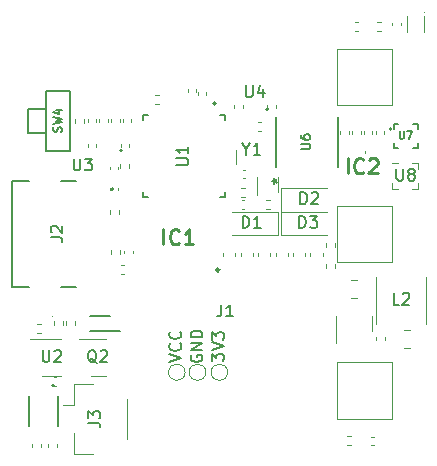
<source format=gbr>
%TF.GenerationSoftware,KiCad,Pcbnew,(6.99.0-1793-ga56955443f)*%
%TF.CreationDate,2022-09-01T09:47:35+01:00*%
%TF.ProjectId,Watchy-MrT-ESP32-S3-V1,57617463-6879-42d4-9d72-542d45535033,rev?*%
%TF.SameCoordinates,Original*%
%TF.FileFunction,Legend,Top*%
%TF.FilePolarity,Positive*%
%FSLAX46Y46*%
G04 Gerber Fmt 4.6, Leading zero omitted, Abs format (unit mm)*
G04 Created by KiCad (PCBNEW (6.99.0-1793-ga56955443f)) date 2022-09-01 09:47:35*
%MOMM*%
%LPD*%
G01*
G04 APERTURE LIST*
%ADD10C,0.150000*%
%ADD11C,0.254000*%
%ADD12C,0.200000*%
%ADD13C,0.120000*%
%ADD14C,0.100000*%
%ADD15C,0.152400*%
%ADD16C,0.127000*%
%ADD17C,0.250000*%
G04 APERTURE END LIST*
D10*
%TO.C,U4*%
X128038095Y-61717380D02*
X128038095Y-62526904D01*
X128038095Y-62526904D02*
X128085714Y-62622142D01*
X128085714Y-62622142D02*
X128133333Y-62669761D01*
X128133333Y-62669761D02*
X128228571Y-62717380D01*
X128228571Y-62717380D02*
X128419047Y-62717380D01*
X128419047Y-62717380D02*
X128514285Y-62669761D01*
X128514285Y-62669761D02*
X128561904Y-62622142D01*
X128561904Y-62622142D02*
X128609523Y-62526904D01*
X128609523Y-62526904D02*
X128609523Y-61717380D01*
X129514285Y-62050714D02*
X129514285Y-62717380D01*
X129276190Y-61669761D02*
X129038095Y-62384047D01*
X129038095Y-62384047D02*
X129657142Y-62384047D01*
%TO.C,U3*%
X113463095Y-67902380D02*
X113463095Y-68711904D01*
X113463095Y-68711904D02*
X113510714Y-68807142D01*
X113510714Y-68807142D02*
X113558333Y-68854761D01*
X113558333Y-68854761D02*
X113653571Y-68902380D01*
X113653571Y-68902380D02*
X113844047Y-68902380D01*
X113844047Y-68902380D02*
X113939285Y-68854761D01*
X113939285Y-68854761D02*
X113986904Y-68807142D01*
X113986904Y-68807142D02*
X114034523Y-68711904D01*
X114034523Y-68711904D02*
X114034523Y-67902380D01*
X114415476Y-67902380D02*
X115034523Y-67902380D01*
X115034523Y-67902380D02*
X114701190Y-68283333D01*
X114701190Y-68283333D02*
X114844047Y-68283333D01*
X114844047Y-68283333D02*
X114939285Y-68330952D01*
X114939285Y-68330952D02*
X114986904Y-68378571D01*
X114986904Y-68378571D02*
X115034523Y-68473809D01*
X115034523Y-68473809D02*
X115034523Y-68711904D01*
X115034523Y-68711904D02*
X114986904Y-68807142D01*
X114986904Y-68807142D02*
X114939285Y-68854761D01*
X114939285Y-68854761D02*
X114844047Y-68902380D01*
X114844047Y-68902380D02*
X114558333Y-68902380D01*
X114558333Y-68902380D02*
X114463095Y-68854761D01*
X114463095Y-68854761D02*
X114415476Y-68807142D01*
%TO.C,Q2*%
X115404761Y-85212619D02*
X115309523Y-85165000D01*
X115309523Y-85165000D02*
X115214285Y-85069761D01*
X115214285Y-85069761D02*
X115071428Y-84926904D01*
X115071428Y-84926904D02*
X114976190Y-84879285D01*
X114976190Y-84879285D02*
X114880952Y-84879285D01*
X114928571Y-85117380D02*
X114833333Y-85069761D01*
X114833333Y-85069761D02*
X114738095Y-84974523D01*
X114738095Y-84974523D02*
X114690476Y-84784047D01*
X114690476Y-84784047D02*
X114690476Y-84450714D01*
X114690476Y-84450714D02*
X114738095Y-84260238D01*
X114738095Y-84260238D02*
X114833333Y-84165000D01*
X114833333Y-84165000D02*
X114928571Y-84117380D01*
X114928571Y-84117380D02*
X115119047Y-84117380D01*
X115119047Y-84117380D02*
X115214285Y-84165000D01*
X115214285Y-84165000D02*
X115309523Y-84260238D01*
X115309523Y-84260238D02*
X115357142Y-84450714D01*
X115357142Y-84450714D02*
X115357142Y-84784047D01*
X115357142Y-84784047D02*
X115309523Y-84974523D01*
X115309523Y-84974523D02*
X115214285Y-85069761D01*
X115214285Y-85069761D02*
X115119047Y-85117380D01*
X115119047Y-85117380D02*
X114928571Y-85117380D01*
X115738095Y-84212619D02*
X115785714Y-84165000D01*
X115785714Y-84165000D02*
X115880952Y-84117380D01*
X115880952Y-84117380D02*
X116119047Y-84117380D01*
X116119047Y-84117380D02*
X116214285Y-84165000D01*
X116214285Y-84165000D02*
X116261904Y-84212619D01*
X116261904Y-84212619D02*
X116309523Y-84307857D01*
X116309523Y-84307857D02*
X116309523Y-84403095D01*
X116309523Y-84403095D02*
X116261904Y-84545952D01*
X116261904Y-84545952D02*
X115690476Y-85117380D01*
X115690476Y-85117380D02*
X116309523Y-85117380D01*
D11*
%TO.C,IC2*%
X136660237Y-69166573D02*
X136660237Y-67896573D01*
X137990714Y-69045621D02*
X137930238Y-69106097D01*
X137930238Y-69106097D02*
X137748809Y-69166573D01*
X137748809Y-69166573D02*
X137627857Y-69166573D01*
X137627857Y-69166573D02*
X137446428Y-69106097D01*
X137446428Y-69106097D02*
X137325476Y-68985145D01*
X137325476Y-68985145D02*
X137264999Y-68864192D01*
X137264999Y-68864192D02*
X137204523Y-68622288D01*
X137204523Y-68622288D02*
X137204523Y-68440859D01*
X137204523Y-68440859D02*
X137264999Y-68198954D01*
X137264999Y-68198954D02*
X137325476Y-68078002D01*
X137325476Y-68078002D02*
X137446428Y-67957050D01*
X137446428Y-67957050D02*
X137627857Y-67896573D01*
X137627857Y-67896573D02*
X137748809Y-67896573D01*
X137748809Y-67896573D02*
X137930238Y-67957050D01*
X137930238Y-67957050D02*
X137990714Y-68017526D01*
X138474523Y-68017526D02*
X138534999Y-67957050D01*
X138534999Y-67957050D02*
X138655952Y-67896573D01*
X138655952Y-67896573D02*
X138958333Y-67896573D01*
X138958333Y-67896573D02*
X139079285Y-67957050D01*
X139079285Y-67957050D02*
X139139761Y-68017526D01*
X139139761Y-68017526D02*
X139200238Y-68138478D01*
X139200238Y-68138478D02*
X139200238Y-68259430D01*
X139200238Y-68259430D02*
X139139761Y-68440859D01*
X139139761Y-68440859D02*
X138414047Y-69166573D01*
X138414047Y-69166573D02*
X139200238Y-69166573D01*
D10*
%TO.C,U6*%
X132701874Y-67099925D02*
X133339295Y-67099925D01*
X133339295Y-67099925D02*
X133414286Y-67062430D01*
X133414286Y-67062430D02*
X133451781Y-67024934D01*
X133451781Y-67024934D02*
X133489276Y-66949944D01*
X133489276Y-66949944D02*
X133489276Y-66799962D01*
X133489276Y-66799962D02*
X133451781Y-66724972D01*
X133451781Y-66724972D02*
X133414286Y-66687476D01*
X133414286Y-66687476D02*
X133339295Y-66649981D01*
X133339295Y-66649981D02*
X132701874Y-66649981D01*
X132701874Y-65937570D02*
X132701874Y-66087551D01*
X132701874Y-66087551D02*
X132739370Y-66162542D01*
X132739370Y-66162542D02*
X132776865Y-66200037D01*
X132776865Y-66200037D02*
X132889351Y-66275028D01*
X132889351Y-66275028D02*
X133039332Y-66312523D01*
X133039332Y-66312523D02*
X133339295Y-66312523D01*
X133339295Y-66312523D02*
X133414286Y-66275028D01*
X133414286Y-66275028D02*
X133451781Y-66237533D01*
X133451781Y-66237533D02*
X133489276Y-66162542D01*
X133489276Y-66162542D02*
X133489276Y-66012561D01*
X133489276Y-66012561D02*
X133451781Y-65937570D01*
X133451781Y-65937570D02*
X133414286Y-65900075D01*
X133414286Y-65900075D02*
X133339295Y-65862579D01*
X133339295Y-65862579D02*
X133151818Y-65862579D01*
X133151818Y-65862579D02*
X133076828Y-65900075D01*
X133076828Y-65900075D02*
X133039332Y-65937570D01*
X133039332Y-65937570D02*
X133001837Y-66012561D01*
X133001837Y-66012561D02*
X133001837Y-66162542D01*
X133001837Y-66162542D02*
X133039332Y-66237533D01*
X133039332Y-66237533D02*
X133076828Y-66275028D01*
X133076828Y-66275028D02*
X133151818Y-66312523D01*
X130255980Y-69801999D02*
X130494076Y-69801999D01*
X130398838Y-70040094D02*
X130494076Y-69801999D01*
X130494076Y-69801999D02*
X130398838Y-69563904D01*
X130684552Y-69944856D02*
X130494076Y-69801999D01*
X130494076Y-69801999D02*
X130684552Y-69659142D01*
%TO.C,U7*%
X141062380Y-65595123D02*
X141062380Y-66113219D01*
X141062380Y-66113219D02*
X141092857Y-66174171D01*
X141092857Y-66174171D02*
X141123333Y-66204647D01*
X141123333Y-66204647D02*
X141184285Y-66235123D01*
X141184285Y-66235123D02*
X141306190Y-66235123D01*
X141306190Y-66235123D02*
X141367142Y-66204647D01*
X141367142Y-66204647D02*
X141397619Y-66174171D01*
X141397619Y-66174171D02*
X141428095Y-66113219D01*
X141428095Y-66113219D02*
X141428095Y-65595123D01*
X141671904Y-65595123D02*
X142098571Y-65595123D01*
X142098571Y-65595123D02*
X141824285Y-66235123D01*
%TO.C,U8*%
X140788095Y-68767380D02*
X140788095Y-69576904D01*
X140788095Y-69576904D02*
X140835714Y-69672142D01*
X140835714Y-69672142D02*
X140883333Y-69719761D01*
X140883333Y-69719761D02*
X140978571Y-69767380D01*
X140978571Y-69767380D02*
X141169047Y-69767380D01*
X141169047Y-69767380D02*
X141264285Y-69719761D01*
X141264285Y-69719761D02*
X141311904Y-69672142D01*
X141311904Y-69672142D02*
X141359523Y-69576904D01*
X141359523Y-69576904D02*
X141359523Y-68767380D01*
X141978571Y-69195952D02*
X141883333Y-69148333D01*
X141883333Y-69148333D02*
X141835714Y-69100714D01*
X141835714Y-69100714D02*
X141788095Y-69005476D01*
X141788095Y-69005476D02*
X141788095Y-68957857D01*
X141788095Y-68957857D02*
X141835714Y-68862619D01*
X141835714Y-68862619D02*
X141883333Y-68815000D01*
X141883333Y-68815000D02*
X141978571Y-68767380D01*
X141978571Y-68767380D02*
X142169047Y-68767380D01*
X142169047Y-68767380D02*
X142264285Y-68815000D01*
X142264285Y-68815000D02*
X142311904Y-68862619D01*
X142311904Y-68862619D02*
X142359523Y-68957857D01*
X142359523Y-68957857D02*
X142359523Y-69005476D01*
X142359523Y-69005476D02*
X142311904Y-69100714D01*
X142311904Y-69100714D02*
X142264285Y-69148333D01*
X142264285Y-69148333D02*
X142169047Y-69195952D01*
X142169047Y-69195952D02*
X141978571Y-69195952D01*
X141978571Y-69195952D02*
X141883333Y-69243571D01*
X141883333Y-69243571D02*
X141835714Y-69291190D01*
X141835714Y-69291190D02*
X141788095Y-69386428D01*
X141788095Y-69386428D02*
X141788095Y-69576904D01*
X141788095Y-69576904D02*
X141835714Y-69672142D01*
X141835714Y-69672142D02*
X141883333Y-69719761D01*
X141883333Y-69719761D02*
X141978571Y-69767380D01*
X141978571Y-69767380D02*
X142169047Y-69767380D01*
X142169047Y-69767380D02*
X142264285Y-69719761D01*
X142264285Y-69719761D02*
X142311904Y-69672142D01*
X142311904Y-69672142D02*
X142359523Y-69576904D01*
X142359523Y-69576904D02*
X142359523Y-69386428D01*
X142359523Y-69386428D02*
X142311904Y-69291190D01*
X142311904Y-69291190D02*
X142264285Y-69243571D01*
X142264285Y-69243571D02*
X142169047Y-69195952D01*
%TO.C,J1*%
X125966666Y-80267380D02*
X125966666Y-80981666D01*
X125966666Y-80981666D02*
X125919047Y-81124523D01*
X125919047Y-81124523D02*
X125823809Y-81219761D01*
X125823809Y-81219761D02*
X125680952Y-81267380D01*
X125680952Y-81267380D02*
X125585714Y-81267380D01*
X126966666Y-81267380D02*
X126395238Y-81267380D01*
X126680952Y-81267380D02*
X126680952Y-80267380D01*
X126680952Y-80267380D02*
X126585714Y-80410238D01*
X126585714Y-80410238D02*
X126490476Y-80505476D01*
X126490476Y-80505476D02*
X126395238Y-80553095D01*
%TO.C,U2*%
X110838095Y-84117380D02*
X110838095Y-84926904D01*
X110838095Y-84926904D02*
X110885714Y-85022142D01*
X110885714Y-85022142D02*
X110933333Y-85069761D01*
X110933333Y-85069761D02*
X111028571Y-85117380D01*
X111028571Y-85117380D02*
X111219047Y-85117380D01*
X111219047Y-85117380D02*
X111314285Y-85069761D01*
X111314285Y-85069761D02*
X111361904Y-85022142D01*
X111361904Y-85022142D02*
X111409523Y-84926904D01*
X111409523Y-84926904D02*
X111409523Y-84117380D01*
X111838095Y-84212619D02*
X111885714Y-84165000D01*
X111885714Y-84165000D02*
X111980952Y-84117380D01*
X111980952Y-84117380D02*
X112219047Y-84117380D01*
X112219047Y-84117380D02*
X112314285Y-84165000D01*
X112314285Y-84165000D02*
X112361904Y-84212619D01*
X112361904Y-84212619D02*
X112409523Y-84307857D01*
X112409523Y-84307857D02*
X112409523Y-84403095D01*
X112409523Y-84403095D02*
X112361904Y-84545952D01*
X112361904Y-84545952D02*
X111790476Y-85117380D01*
X111790476Y-85117380D02*
X112409523Y-85117380D01*
D11*
%TO.C,IC1*%
X121060237Y-75166573D02*
X121060237Y-73896573D01*
X122390714Y-75045621D02*
X122330238Y-75106097D01*
X122330238Y-75106097D02*
X122148809Y-75166573D01*
X122148809Y-75166573D02*
X122027857Y-75166573D01*
X122027857Y-75166573D02*
X121846428Y-75106097D01*
X121846428Y-75106097D02*
X121725476Y-74985145D01*
X121725476Y-74985145D02*
X121664999Y-74864192D01*
X121664999Y-74864192D02*
X121604523Y-74622288D01*
X121604523Y-74622288D02*
X121604523Y-74440859D01*
X121604523Y-74440859D02*
X121664999Y-74198954D01*
X121664999Y-74198954D02*
X121725476Y-74078002D01*
X121725476Y-74078002D02*
X121846428Y-73957050D01*
X121846428Y-73957050D02*
X122027857Y-73896573D01*
X122027857Y-73896573D02*
X122148809Y-73896573D01*
X122148809Y-73896573D02*
X122330238Y-73957050D01*
X122330238Y-73957050D02*
X122390714Y-74017526D01*
X123600238Y-75166573D02*
X122874523Y-75166573D01*
X123237380Y-75166573D02*
X123237380Y-73896573D01*
X123237380Y-73896573D02*
X123116428Y-74078002D01*
X123116428Y-74078002D02*
X122995476Y-74198954D01*
X122995476Y-74198954D02*
X122874523Y-74259430D01*
D10*
%TO.C,J3*%
X114717380Y-90283333D02*
X115431666Y-90283333D01*
X115431666Y-90283333D02*
X115574523Y-90330952D01*
X115574523Y-90330952D02*
X115669761Y-90426190D01*
X115669761Y-90426190D02*
X115717380Y-90569047D01*
X115717380Y-90569047D02*
X115717380Y-90664285D01*
X114717380Y-89902380D02*
X114717380Y-89283333D01*
X114717380Y-89283333D02*
X115098333Y-89616666D01*
X115098333Y-89616666D02*
X115098333Y-89473809D01*
X115098333Y-89473809D02*
X115145952Y-89378571D01*
X115145952Y-89378571D02*
X115193571Y-89330952D01*
X115193571Y-89330952D02*
X115288809Y-89283333D01*
X115288809Y-89283333D02*
X115526904Y-89283333D01*
X115526904Y-89283333D02*
X115622142Y-89330952D01*
X115622142Y-89330952D02*
X115669761Y-89378571D01*
X115669761Y-89378571D02*
X115717380Y-89473809D01*
X115717380Y-89473809D02*
X115717380Y-89759523D01*
X115717380Y-89759523D02*
X115669761Y-89854761D01*
X115669761Y-89854761D02*
X115622142Y-89902380D01*
%TO.C,J2*%
X111517380Y-74583333D02*
X112231666Y-74583333D01*
X112231666Y-74583333D02*
X112374523Y-74630952D01*
X112374523Y-74630952D02*
X112469761Y-74726190D01*
X112469761Y-74726190D02*
X112517380Y-74869047D01*
X112517380Y-74869047D02*
X112517380Y-74964285D01*
X111612619Y-74154761D02*
X111565000Y-74107142D01*
X111565000Y-74107142D02*
X111517380Y-74011904D01*
X111517380Y-74011904D02*
X111517380Y-73773809D01*
X111517380Y-73773809D02*
X111565000Y-73678571D01*
X111565000Y-73678571D02*
X111612619Y-73630952D01*
X111612619Y-73630952D02*
X111707857Y-73583333D01*
X111707857Y-73583333D02*
X111803095Y-73583333D01*
X111803095Y-73583333D02*
X111945952Y-73630952D01*
X111945952Y-73630952D02*
X112517380Y-74202380D01*
X112517380Y-74202380D02*
X112517380Y-73583333D01*
%TO.C,U1*%
X122167380Y-68461904D02*
X122976904Y-68461904D01*
X122976904Y-68461904D02*
X123072142Y-68414285D01*
X123072142Y-68414285D02*
X123119761Y-68366666D01*
X123119761Y-68366666D02*
X123167380Y-68271428D01*
X123167380Y-68271428D02*
X123167380Y-68080952D01*
X123167380Y-68080952D02*
X123119761Y-67985714D01*
X123119761Y-67985714D02*
X123072142Y-67938095D01*
X123072142Y-67938095D02*
X122976904Y-67890476D01*
X122976904Y-67890476D02*
X122167380Y-67890476D01*
X123167380Y-66890476D02*
X123167380Y-67461904D01*
X123167380Y-67176190D02*
X122167380Y-67176190D01*
X122167380Y-67176190D02*
X122310238Y-67271428D01*
X122310238Y-67271428D02*
X122405476Y-67366666D01*
X122405476Y-67366666D02*
X122453095Y-67461904D01*
%TO.C,D2*%
X132661905Y-71767380D02*
X132661905Y-70767380D01*
X132661905Y-70767380D02*
X132900000Y-70767380D01*
X132900000Y-70767380D02*
X133042857Y-70815000D01*
X133042857Y-70815000D02*
X133138095Y-70910238D01*
X133138095Y-70910238D02*
X133185714Y-71005476D01*
X133185714Y-71005476D02*
X133233333Y-71195952D01*
X133233333Y-71195952D02*
X133233333Y-71338809D01*
X133233333Y-71338809D02*
X133185714Y-71529285D01*
X133185714Y-71529285D02*
X133138095Y-71624523D01*
X133138095Y-71624523D02*
X133042857Y-71719761D01*
X133042857Y-71719761D02*
X132900000Y-71767380D01*
X132900000Y-71767380D02*
X132661905Y-71767380D01*
X133614286Y-70862619D02*
X133661905Y-70815000D01*
X133661905Y-70815000D02*
X133757143Y-70767380D01*
X133757143Y-70767380D02*
X133995238Y-70767380D01*
X133995238Y-70767380D02*
X134090476Y-70815000D01*
X134090476Y-70815000D02*
X134138095Y-70862619D01*
X134138095Y-70862619D02*
X134185714Y-70957857D01*
X134185714Y-70957857D02*
X134185714Y-71053095D01*
X134185714Y-71053095D02*
X134138095Y-71195952D01*
X134138095Y-71195952D02*
X133566667Y-71767380D01*
X133566667Y-71767380D02*
X134185714Y-71767380D01*
%TO.C,GND*%
X123415000Y-84561904D02*
X123367380Y-84657142D01*
X123367380Y-84657142D02*
X123367380Y-84799999D01*
X123367380Y-84799999D02*
X123415000Y-84942856D01*
X123415000Y-84942856D02*
X123510238Y-85038094D01*
X123510238Y-85038094D02*
X123605476Y-85085713D01*
X123605476Y-85085713D02*
X123795952Y-85133332D01*
X123795952Y-85133332D02*
X123938809Y-85133332D01*
X123938809Y-85133332D02*
X124129285Y-85085713D01*
X124129285Y-85085713D02*
X124224523Y-85038094D01*
X124224523Y-85038094D02*
X124319761Y-84942856D01*
X124319761Y-84942856D02*
X124367380Y-84799999D01*
X124367380Y-84799999D02*
X124367380Y-84704761D01*
X124367380Y-84704761D02*
X124319761Y-84561904D01*
X124319761Y-84561904D02*
X124272142Y-84514285D01*
X124272142Y-84514285D02*
X123938809Y-84514285D01*
X123938809Y-84514285D02*
X123938809Y-84704761D01*
X124367380Y-84085713D02*
X123367380Y-84085713D01*
X123367380Y-84085713D02*
X124367380Y-83514285D01*
X124367380Y-83514285D02*
X123367380Y-83514285D01*
X124367380Y-83038094D02*
X123367380Y-83038094D01*
X123367380Y-83038094D02*
X123367380Y-82799999D01*
X123367380Y-82799999D02*
X123415000Y-82657142D01*
X123415000Y-82657142D02*
X123510238Y-82561904D01*
X123510238Y-82561904D02*
X123605476Y-82514285D01*
X123605476Y-82514285D02*
X123795952Y-82466666D01*
X123795952Y-82466666D02*
X123938809Y-82466666D01*
X123938809Y-82466666D02*
X124129285Y-82514285D01*
X124129285Y-82514285D02*
X124224523Y-82561904D01*
X124224523Y-82561904D02*
X124319761Y-82657142D01*
X124319761Y-82657142D02*
X124367380Y-82799999D01*
X124367380Y-82799999D02*
X124367380Y-83038094D01*
%TO.C,Y1*%
X128073809Y-67091190D02*
X128073809Y-67567380D01*
X127740476Y-66567380D02*
X128073809Y-67091190D01*
X128073809Y-67091190D02*
X128407142Y-66567380D01*
X129264285Y-67567380D02*
X128692857Y-67567380D01*
X128978571Y-67567380D02*
X128978571Y-66567380D01*
X128978571Y-66567380D02*
X128883333Y-66710238D01*
X128883333Y-66710238D02*
X128788095Y-66805476D01*
X128788095Y-66805476D02*
X128692857Y-66853095D01*
%TO.C,D1*%
X127761905Y-73767380D02*
X127761905Y-72767380D01*
X127761905Y-72767380D02*
X128000000Y-72767380D01*
X128000000Y-72767380D02*
X128142857Y-72815000D01*
X128142857Y-72815000D02*
X128238095Y-72910238D01*
X128238095Y-72910238D02*
X128285714Y-73005476D01*
X128285714Y-73005476D02*
X128333333Y-73195952D01*
X128333333Y-73195952D02*
X128333333Y-73338809D01*
X128333333Y-73338809D02*
X128285714Y-73529285D01*
X128285714Y-73529285D02*
X128238095Y-73624523D01*
X128238095Y-73624523D02*
X128142857Y-73719761D01*
X128142857Y-73719761D02*
X128000000Y-73767380D01*
X128000000Y-73767380D02*
X127761905Y-73767380D01*
X129285714Y-73767380D02*
X128714286Y-73767380D01*
X129000000Y-73767380D02*
X129000000Y-72767380D01*
X129000000Y-72767380D02*
X128904762Y-72910238D01*
X128904762Y-72910238D02*
X128809524Y-73005476D01*
X128809524Y-73005476D02*
X128714286Y-73053095D01*
%TO.C,VCC*%
X121567380Y-85133332D02*
X122567380Y-84799999D01*
X122567380Y-84799999D02*
X121567380Y-84466666D01*
X122472142Y-83561904D02*
X122519761Y-83609523D01*
X122519761Y-83609523D02*
X122567380Y-83752380D01*
X122567380Y-83752380D02*
X122567380Y-83847618D01*
X122567380Y-83847618D02*
X122519761Y-83990475D01*
X122519761Y-83990475D02*
X122424523Y-84085713D01*
X122424523Y-84085713D02*
X122329285Y-84133332D01*
X122329285Y-84133332D02*
X122138809Y-84180951D01*
X122138809Y-84180951D02*
X121995952Y-84180951D01*
X121995952Y-84180951D02*
X121805476Y-84133332D01*
X121805476Y-84133332D02*
X121710238Y-84085713D01*
X121710238Y-84085713D02*
X121615000Y-83990475D01*
X121615000Y-83990475D02*
X121567380Y-83847618D01*
X121567380Y-83847618D02*
X121567380Y-83752380D01*
X121567380Y-83752380D02*
X121615000Y-83609523D01*
X121615000Y-83609523D02*
X121662619Y-83561904D01*
X122472142Y-82561904D02*
X122519761Y-82609523D01*
X122519761Y-82609523D02*
X122567380Y-82752380D01*
X122567380Y-82752380D02*
X122567380Y-82847618D01*
X122567380Y-82847618D02*
X122519761Y-82990475D01*
X122519761Y-82990475D02*
X122424523Y-83085713D01*
X122424523Y-83085713D02*
X122329285Y-83133332D01*
X122329285Y-83133332D02*
X122138809Y-83180951D01*
X122138809Y-83180951D02*
X121995952Y-83180951D01*
X121995952Y-83180951D02*
X121805476Y-83133332D01*
X121805476Y-83133332D02*
X121710238Y-83085713D01*
X121710238Y-83085713D02*
X121615000Y-82990475D01*
X121615000Y-82990475D02*
X121567380Y-82847618D01*
X121567380Y-82847618D02*
X121567380Y-82752380D01*
X121567380Y-82752380D02*
X121615000Y-82609523D01*
X121615000Y-82609523D02*
X121662619Y-82561904D01*
%TO.C,3V3*%
X125167380Y-85038094D02*
X125167380Y-84419047D01*
X125167380Y-84419047D02*
X125548333Y-84752380D01*
X125548333Y-84752380D02*
X125548333Y-84609523D01*
X125548333Y-84609523D02*
X125595952Y-84514285D01*
X125595952Y-84514285D02*
X125643571Y-84466666D01*
X125643571Y-84466666D02*
X125738809Y-84419047D01*
X125738809Y-84419047D02*
X125976904Y-84419047D01*
X125976904Y-84419047D02*
X126072142Y-84466666D01*
X126072142Y-84466666D02*
X126119761Y-84514285D01*
X126119761Y-84514285D02*
X126167380Y-84609523D01*
X126167380Y-84609523D02*
X126167380Y-84895237D01*
X126167380Y-84895237D02*
X126119761Y-84990475D01*
X126119761Y-84990475D02*
X126072142Y-85038094D01*
X125167380Y-84133332D02*
X126167380Y-83799999D01*
X126167380Y-83799999D02*
X125167380Y-83466666D01*
X125167380Y-83228570D02*
X125167380Y-82609523D01*
X125167380Y-82609523D02*
X125548333Y-82942856D01*
X125548333Y-82942856D02*
X125548333Y-82799999D01*
X125548333Y-82799999D02*
X125595952Y-82704761D01*
X125595952Y-82704761D02*
X125643571Y-82657142D01*
X125643571Y-82657142D02*
X125738809Y-82609523D01*
X125738809Y-82609523D02*
X125976904Y-82609523D01*
X125976904Y-82609523D02*
X126072142Y-82657142D01*
X126072142Y-82657142D02*
X126119761Y-82704761D01*
X126119761Y-82704761D02*
X126167380Y-82799999D01*
X126167380Y-82799999D02*
X126167380Y-83085713D01*
X126167380Y-83085713D02*
X126119761Y-83180951D01*
X126119761Y-83180951D02*
X126072142Y-83228570D01*
%TO.C,SW4*%
X112423833Y-65633333D02*
X112457166Y-65533333D01*
X112457166Y-65533333D02*
X112457166Y-65366667D01*
X112457166Y-65366667D02*
X112423833Y-65300000D01*
X112423833Y-65300000D02*
X112390500Y-65266667D01*
X112390500Y-65266667D02*
X112323833Y-65233333D01*
X112323833Y-65233333D02*
X112257166Y-65233333D01*
X112257166Y-65233333D02*
X112190500Y-65266667D01*
X112190500Y-65266667D02*
X112157166Y-65300000D01*
X112157166Y-65300000D02*
X112123833Y-65366667D01*
X112123833Y-65366667D02*
X112090500Y-65500000D01*
X112090500Y-65500000D02*
X112057166Y-65566667D01*
X112057166Y-65566667D02*
X112023833Y-65600000D01*
X112023833Y-65600000D02*
X111957166Y-65633333D01*
X111957166Y-65633333D02*
X111890500Y-65633333D01*
X111890500Y-65633333D02*
X111823833Y-65600000D01*
X111823833Y-65600000D02*
X111790500Y-65566667D01*
X111790500Y-65566667D02*
X111757166Y-65500000D01*
X111757166Y-65500000D02*
X111757166Y-65333333D01*
X111757166Y-65333333D02*
X111790500Y-65233333D01*
X111757166Y-65000000D02*
X112457166Y-64833333D01*
X112457166Y-64833333D02*
X111957166Y-64700000D01*
X111957166Y-64700000D02*
X112457166Y-64566666D01*
X112457166Y-64566666D02*
X111757166Y-64400000D01*
X111990500Y-63833333D02*
X112457166Y-63833333D01*
X111723833Y-64000000D02*
X112223833Y-64166666D01*
X112223833Y-64166666D02*
X112223833Y-63733333D01*
%TO.C,D3*%
X132561905Y-73767380D02*
X132561905Y-72767380D01*
X132561905Y-72767380D02*
X132800000Y-72767380D01*
X132800000Y-72767380D02*
X132942857Y-72815000D01*
X132942857Y-72815000D02*
X133038095Y-72910238D01*
X133038095Y-72910238D02*
X133085714Y-73005476D01*
X133085714Y-73005476D02*
X133133333Y-73195952D01*
X133133333Y-73195952D02*
X133133333Y-73338809D01*
X133133333Y-73338809D02*
X133085714Y-73529285D01*
X133085714Y-73529285D02*
X133038095Y-73624523D01*
X133038095Y-73624523D02*
X132942857Y-73719761D01*
X132942857Y-73719761D02*
X132800000Y-73767380D01*
X132800000Y-73767380D02*
X132561905Y-73767380D01*
X133466667Y-72767380D02*
X134085714Y-72767380D01*
X134085714Y-72767380D02*
X133752381Y-73148333D01*
X133752381Y-73148333D02*
X133895238Y-73148333D01*
X133895238Y-73148333D02*
X133990476Y-73195952D01*
X133990476Y-73195952D02*
X134038095Y-73243571D01*
X134038095Y-73243571D02*
X134085714Y-73338809D01*
X134085714Y-73338809D02*
X134085714Y-73576904D01*
X134085714Y-73576904D02*
X134038095Y-73672142D01*
X134038095Y-73672142D02*
X133990476Y-73719761D01*
X133990476Y-73719761D02*
X133895238Y-73767380D01*
X133895238Y-73767380D02*
X133609524Y-73767380D01*
X133609524Y-73767380D02*
X133514286Y-73719761D01*
X133514286Y-73719761D02*
X133466667Y-73672142D01*
%TO.C,L2*%
X141033333Y-80267380D02*
X140557143Y-80267380D01*
X140557143Y-80267380D02*
X140557143Y-79267380D01*
X141319048Y-79362619D02*
X141366667Y-79315000D01*
X141366667Y-79315000D02*
X141461905Y-79267380D01*
X141461905Y-79267380D02*
X141700000Y-79267380D01*
X141700000Y-79267380D02*
X141795238Y-79315000D01*
X141795238Y-79315000D02*
X141842857Y-79362619D01*
X141842857Y-79362619D02*
X141890476Y-79457857D01*
X141890476Y-79457857D02*
X141890476Y-79553095D01*
X141890476Y-79553095D02*
X141842857Y-79695952D01*
X141842857Y-79695952D02*
X141271429Y-80267380D01*
X141271429Y-80267380D02*
X141890476Y-80267380D01*
D12*
%TO.C,U4*%
X129962500Y-63725000D02*
G75*
G03*
X129962500Y-63725000I-100000J0D01*
G01*
%TO.C,U3*%
X117550000Y-67225000D02*
G75*
G03*
X117550000Y-67225000I-100000J0D01*
G01*
D13*
%TO.C,C28*%
X140440000Y-56607836D02*
X140440000Y-56392164D01*
X141160000Y-56607836D02*
X141160000Y-56392164D01*
%TO.C,Q2*%
X115550000Y-83190000D02*
X113875000Y-83190000D01*
X115550000Y-83190000D02*
X116200000Y-83190000D01*
X115550000Y-86310000D02*
X114900000Y-86310000D01*
X115550000Y-86310000D02*
X116200000Y-86310000D01*
D14*
%TO.C,IC2*%
X138150000Y-67300000D02*
X138150000Y-67300000D01*
X138150000Y-67400000D02*
X138150000Y-67400000D01*
X138150000Y-67400000D02*
G75*
G03*
X138150000Y-67300000I0J50000D01*
G01*
X138150000Y-67300000D02*
G75*
G03*
X138150000Y-67400000I0J-50000D01*
G01*
D15*
%TO.C,U6*%
X135841600Y-68633600D02*
X135841600Y-64366400D01*
X130558400Y-64366400D02*
X130558400Y-68633600D01*
D16*
%TO.C,U7*%
X140561750Y-64979000D02*
X140561750Y-65380000D01*
X140561750Y-67021000D02*
X140561750Y-66620000D01*
X140962750Y-64979000D02*
X140561750Y-64979000D01*
X140962750Y-67021000D02*
X140561750Y-67021000D01*
X142202750Y-64979000D02*
X142603750Y-64979000D01*
X142202750Y-67021000D02*
X142603750Y-67021000D01*
X142603750Y-64979000D02*
X142603750Y-65380000D01*
X142603750Y-67021000D02*
X142603750Y-66620000D01*
D10*
X140357750Y-65400000D02*
G75*
G03*
X140357750Y-65400000I-75000J0D01*
G01*
D13*
%TO.C,C35*%
X123990000Y-62507836D02*
X123990000Y-62292164D01*
X124710000Y-62507836D02*
X124710000Y-62292164D01*
%TO.C,U8*%
X140450000Y-68300000D02*
X140450000Y-68300000D01*
X140450000Y-70000000D02*
X140450000Y-70000000D01*
X140450000Y-70500000D02*
X140450000Y-70000000D01*
X140950000Y-68300000D02*
X140450000Y-68300000D01*
X140950000Y-70500000D02*
X140450000Y-70500000D01*
X142150000Y-68300000D02*
X142650000Y-68300000D01*
X142150000Y-70500000D02*
X142150000Y-70500000D01*
X142650000Y-68300000D02*
X142650000Y-68800000D01*
X142650000Y-68800000D02*
X142650000Y-68800000D01*
X142650000Y-70000000D02*
X142650000Y-70500000D01*
X142650000Y-70500000D02*
X142150000Y-70500000D01*
D16*
%TO.C,U10*%
X112130000Y-88050000D02*
X112130000Y-90550000D01*
X109670000Y-88050000D02*
X109670000Y-90550000D01*
D12*
X111800000Y-87110000D02*
G75*
G03*
X111800000Y-87110000I-100000J0D01*
G01*
D13*
%TO.C,Q1*%
X135640000Y-81875000D02*
X135640000Y-83550000D01*
X135640000Y-81875000D02*
X135640000Y-81225000D01*
X138760000Y-81875000D02*
X138760000Y-82525000D01*
X138760000Y-81875000D02*
X138760000Y-81225000D01*
%TO.C,R6*%
X112820000Y-82003641D02*
X112820000Y-81696359D01*
X113580000Y-82003641D02*
X113580000Y-81696359D01*
%TO.C,C27*%
X137040000Y-65807836D02*
X137040000Y-65592164D01*
X137760000Y-65807836D02*
X137760000Y-65592164D01*
%TO.C,C8*%
X141961252Y-83910000D02*
X141438748Y-83910000D01*
X141961252Y-82440000D02*
X141438748Y-82440000D01*
%TO.C,C30*%
X116640000Y-64807836D02*
X116640000Y-64592164D01*
X117360000Y-64807836D02*
X117360000Y-64592164D01*
%TO.C,U2*%
X111600000Y-83190000D02*
X109800000Y-83190000D01*
X111600000Y-83190000D02*
X112400000Y-83190000D01*
X111600000Y-86310000D02*
X110800000Y-86310000D01*
X111600000Y-86310000D02*
X112400000Y-86310000D01*
%TO.C,C1*%
X129092164Y-64840000D02*
X129307836Y-64840000D01*
X129092164Y-65560000D02*
X129307836Y-65560000D01*
%TO.C,R3*%
X134820000Y-77178641D02*
X134820000Y-76871359D01*
X135580000Y-77178641D02*
X135580000Y-76871359D01*
%TO.C,C16*%
X126140000Y-76165580D02*
X126140000Y-75884420D01*
X127160000Y-76165580D02*
X127160000Y-75884420D01*
%TO.C,R17*%
X120386359Y-62520000D02*
X120693641Y-62520000D01*
X120386359Y-63280000D02*
X120693641Y-63280000D01*
%TO.C,R9*%
X111320000Y-92353641D02*
X111320000Y-92046359D01*
X112080000Y-92353641D02*
X112080000Y-92046359D01*
%TO.C,C10*%
X129090000Y-76165580D02*
X129090000Y-75884420D01*
X130110000Y-76165580D02*
X130110000Y-75884420D01*
D17*
%TO.C,IC1*%
X125800000Y-77330000D02*
G75*
G03*
X125800000Y-77330000I-125000J0D01*
G01*
D13*
%TO.C,J3*%
X115090000Y-86965000D02*
X113490000Y-86965000D01*
X113490000Y-86965000D02*
X113490000Y-88765000D01*
X117960000Y-88235000D02*
X117960000Y-91665000D01*
X113490000Y-88765000D02*
X112550000Y-88765000D01*
X115090000Y-92935000D02*
X113490000Y-92935000D01*
X113490000Y-92935000D02*
X113490000Y-91135000D01*
%TO.C,C9*%
X136938748Y-78215000D02*
X137461252Y-78215000D01*
X136938748Y-79685000D02*
X137461252Y-79685000D01*
D12*
%TO.C,J2*%
X113630000Y-69800000D02*
X112420000Y-69800000D01*
X109700000Y-69800000D02*
X108210000Y-69800000D01*
X108210000Y-69800000D02*
X108210000Y-78740000D01*
X113630000Y-78740000D02*
X112420000Y-78740000D01*
X108210000Y-78740000D02*
X109700000Y-78740000D01*
X116820000Y-70490000D02*
G75*
G03*
X116820000Y-70490000I-100000J0D01*
G01*
D16*
%TO.C,U1*%
X126300000Y-64200000D02*
X125830000Y-64200000D01*
X126300000Y-64200000D02*
X126300000Y-64670000D01*
X119300000Y-64200000D02*
X119770000Y-64200000D01*
X119300000Y-64200000D02*
X119300000Y-64670000D01*
X126300000Y-71200000D02*
X126300000Y-70730000D01*
X126300000Y-71200000D02*
X125830000Y-71200000D01*
X119300000Y-71200000D02*
X119300000Y-70730000D01*
X119300000Y-71200000D02*
X119770000Y-71200000D01*
D12*
X125500000Y-63245000D02*
G75*
G03*
X125500000Y-63245000I-100000J0D01*
G01*
D13*
%TO.C,SW2*%
X140400000Y-71885000D02*
X140400000Y-76685000D01*
X135800000Y-71885000D02*
X140400000Y-71885000D01*
X140400000Y-76685000D02*
X135800000Y-76685000D01*
X135800000Y-76685000D02*
X135800000Y-71885000D01*
%TO.C,D2*%
X131050000Y-70400000D02*
X131050000Y-72400000D01*
X131050000Y-70400000D02*
X134950000Y-70400000D01*
X131050000Y-72400000D02*
X134950000Y-72400000D01*
%TO.C,GND*%
X124650000Y-86000000D02*
G75*
G03*
X124650000Y-86000000I-700000J0D01*
G01*
%TO.C,C15*%
X127615000Y-76165580D02*
X127615000Y-75884420D01*
X128635000Y-76165580D02*
X128635000Y-75884420D01*
%TO.C,R18*%
X137246359Y-56320000D02*
X137553641Y-56320000D01*
X137246359Y-57080000D02*
X137553641Y-57080000D01*
%TO.C,Y1*%
X127200000Y-67200000D02*
X127200000Y-68340000D01*
%TO.C,U5*%
X129000000Y-71000000D02*
X129000000Y-69450000D01*
X130800000Y-69450000D02*
X130800000Y-70750000D01*
%TO.C,D1*%
X130750000Y-74400000D02*
X130750000Y-72400000D01*
X130750000Y-74400000D02*
X126850000Y-74400000D01*
X130750000Y-72400000D02*
X126850000Y-72400000D01*
%TO.C,R13*%
X116645000Y-75978641D02*
X116645000Y-75671359D01*
X117405000Y-75978641D02*
X117405000Y-75671359D01*
%TO.C,C12*%
X133515000Y-76165580D02*
X133515000Y-75884420D01*
X134535000Y-76165580D02*
X134535000Y-75884420D01*
%TO.C,C3*%
X114640000Y-64807836D02*
X114640000Y-64592164D01*
X115360000Y-64807836D02*
X115360000Y-64592164D01*
%TO.C,R7*%
X111820000Y-82003641D02*
X111820000Y-81696359D01*
X112580000Y-82003641D02*
X112580000Y-81696359D01*
%TO.C,C32*%
X123140000Y-62257836D02*
X123140000Y-62042164D01*
X123860000Y-62257836D02*
X123860000Y-62042164D01*
%TO.C,C23*%
X130560000Y-63412164D02*
X130560000Y-63627836D01*
X129840000Y-63412164D02*
X129840000Y-63627836D01*
%TO.C,SW1*%
X140400000Y-58610000D02*
X140400000Y-63410000D01*
X135800000Y-58610000D02*
X140400000Y-58610000D01*
X140400000Y-63410000D02*
X135800000Y-63410000D01*
X135800000Y-63410000D02*
X135800000Y-58610000D01*
%TO.C,R8*%
X110703641Y-82680000D02*
X110396359Y-82680000D01*
X110703641Y-81920000D02*
X110396359Y-81920000D01*
%TO.C,C13*%
X132040000Y-76165580D02*
X132040000Y-75884420D01*
X133060000Y-76165580D02*
X133060000Y-75884420D01*
%TO.C,C22*%
X118160000Y-66692164D02*
X118160000Y-66907836D01*
X117440000Y-66692164D02*
X117440000Y-66907836D01*
%TO.C,R15*%
X134820000Y-75353641D02*
X134820000Y-75046359D01*
X135580000Y-75353641D02*
X135580000Y-75046359D01*
%TO.C,VCC*%
X122900000Y-86000000D02*
G75*
G03*
X122900000Y-86000000I-700000J0D01*
G01*
%TO.C,C11*%
X138672164Y-91440000D02*
X138887836Y-91440000D01*
X138672164Y-92160000D02*
X138887836Y-92160000D01*
%TO.C,R19*%
X139146359Y-56320000D02*
X139453641Y-56320000D01*
X139146359Y-57080000D02*
X139453641Y-57080000D01*
%TO.C,C29*%
X117640000Y-64807836D02*
X117640000Y-64592164D01*
X118360000Y-64807836D02*
X118360000Y-64592164D01*
%TO.C,SW3*%
X140400000Y-85160000D02*
X140400000Y-89960000D01*
X135800000Y-85160000D02*
X140400000Y-85160000D01*
X140400000Y-89960000D02*
X135800000Y-89960000D01*
X135800000Y-89960000D02*
X135800000Y-85160000D01*
%TO.C,C14*%
X130565000Y-76165580D02*
X130565000Y-75884420D01*
X131585000Y-76165580D02*
X131585000Y-75884420D01*
D14*
%TO.C,D5*%
X111690000Y-81250000D02*
G75*
G03*
X111690000Y-81250000I-50000J0D01*
G01*
D13*
%TO.C,3V3*%
X126500000Y-86000000D02*
G75*
G03*
X126500000Y-86000000I-700000J0D01*
G01*
%TO.C,C21*%
X115360000Y-66692164D02*
X115360000Y-66907836D01*
X114640000Y-66692164D02*
X114640000Y-66907836D01*
D10*
%TO.C,SW4*%
X113122750Y-67240000D02*
X113122750Y-62160000D01*
X113122750Y-62160000D02*
X111122750Y-62160000D01*
X111122750Y-67240000D02*
X113122750Y-67240000D01*
X111122750Y-65700000D02*
X109582750Y-65700000D01*
X111122750Y-62160000D02*
X111122750Y-67240000D01*
X109582750Y-65700000D02*
X109582750Y-63700000D01*
X109582750Y-63700000D02*
X111122750Y-63700000D01*
D12*
%TO.C,D4*%
X117400000Y-82475000D02*
X114850000Y-82475000D01*
X116550000Y-81225000D02*
X114850000Y-81225000D01*
D13*
%TO.C,C31*%
X117260000Y-68592164D02*
X117260000Y-68807836D01*
X116540000Y-68592164D02*
X116540000Y-68807836D01*
%TO.C,C17*%
X110660000Y-92092164D02*
X110660000Y-92307836D01*
X109940000Y-92092164D02*
X109940000Y-92307836D01*
D14*
%TO.C,U9*%
X143150000Y-55800000D02*
X143150000Y-57200000D01*
X141650000Y-55800000D02*
X141650000Y-57200000D01*
X143250000Y-55500000D02*
G75*
G03*
X143250000Y-55500000I-50000J0D01*
G01*
D13*
%TO.C,C4*%
X112007836Y-87160000D02*
X111792164Y-87160000D01*
X112007836Y-86440000D02*
X111792164Y-86440000D01*
%TO.C,D3*%
X131050000Y-72400000D02*
X131050000Y-74400000D01*
X131050000Y-72400000D02*
X134950000Y-72400000D01*
X131050000Y-74400000D02*
X134950000Y-74400000D01*
%TO.C,R14*%
X136020000Y-65853641D02*
X136020000Y-65546359D01*
X136780000Y-65853641D02*
X136780000Y-65546359D01*
%TO.C,C5*%
X127927836Y-72160000D02*
X127712164Y-72160000D01*
X127927836Y-71440000D02*
X127712164Y-71440000D01*
%TO.C,C26*%
X139040000Y-65807836D02*
X139040000Y-65592164D01*
X139760000Y-65807836D02*
X139760000Y-65592164D01*
%TO.C,R4*%
X127953641Y-71180000D02*
X127646359Y-71180000D01*
X127953641Y-70420000D02*
X127646359Y-70420000D01*
%TO.C,R10*%
X117420000Y-68703641D02*
X117420000Y-68396359D01*
X118180000Y-68703641D02*
X118180000Y-68396359D01*
%TO.C,C20*%
X127760000Y-63392164D02*
X127760000Y-63607836D01*
X127040000Y-63392164D02*
X127040000Y-63607836D01*
%TO.C,C2*%
X128007836Y-69560000D02*
X127792164Y-69560000D01*
X128007836Y-68840000D02*
X127792164Y-68840000D01*
%TO.C,C7*%
X117707836Y-77660000D02*
X117492164Y-77660000D01*
X117707836Y-76940000D02*
X117492164Y-76940000D01*
%TO.C,C25*%
X138040000Y-65807836D02*
X138040000Y-65592164D01*
X138760000Y-65807836D02*
X138760000Y-65592164D01*
%TO.C,R2*%
X129746359Y-71420000D02*
X130053641Y-71420000D01*
X129746359Y-72180000D02*
X130053641Y-72180000D01*
%TO.C,R1*%
X113620000Y-64853641D02*
X113620000Y-64546359D01*
X114380000Y-64853641D02*
X114380000Y-64546359D01*
%TO.C,C33*%
X117260000Y-70392164D02*
X117260000Y-70607836D01*
X116540000Y-70392164D02*
X116540000Y-70607836D01*
%TO.C,R12*%
X116520000Y-72578641D02*
X116520000Y-72271359D01*
X117280000Y-72578641D02*
X117280000Y-72271359D01*
%TO.C,L2*%
X143300000Y-77900000D02*
X143300000Y-81900000D01*
X139100000Y-77900000D02*
X139100000Y-81900000D01*
%TO.C,C6*%
X117740000Y-75907836D02*
X117740000Y-75692164D01*
X118460000Y-75907836D02*
X118460000Y-75692164D01*
%TO.C,R5*%
X139070000Y-83303641D02*
X139070000Y-82996359D01*
X139830000Y-83303641D02*
X139830000Y-82996359D01*
%TO.C,R16*%
X136646359Y-91420000D02*
X136953641Y-91420000D01*
X136646359Y-92180000D02*
X136953641Y-92180000D01*
%TO.C,C34*%
X115640000Y-64807836D02*
X115640000Y-64592164D01*
X116360000Y-64807836D02*
X116360000Y-64592164D01*
%TD*%
M02*

</source>
